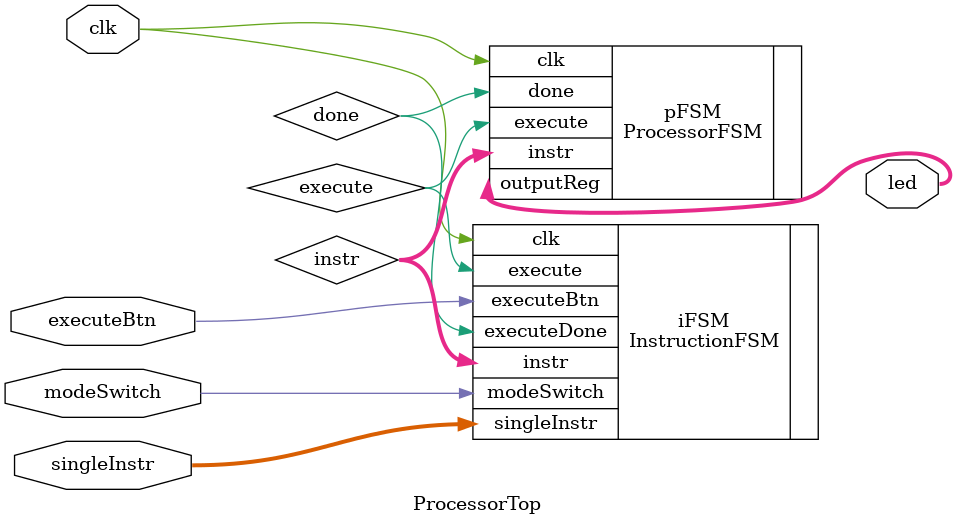
<source format=v>
`timescale 1ns / 1ps


module ProcessorTop (
    input clk,
    input [7:0] singleInstr,
    input modeSwitch, // Single-Step Mode = 0, Run-Mode = 1
    input executeBtn,
    output [3:0] led
    );
    
    wire [7:0] instr;
    wire execute;
    wire done;
    
    InstructionFSM iFSM (.clk(clk), .singleInstr(singleInstr), 
                        .modeSwitch(modeSwitch), .executeBtn(executeBtn),
                        .executeDone(done),
                        .instr(instr), .execute(execute));
    
    ProcessorFSM pFSM (.clk(clk), .execute(execute), .instr(instr),
                        .done(done), .outputReg(led));
endmodule

</source>
